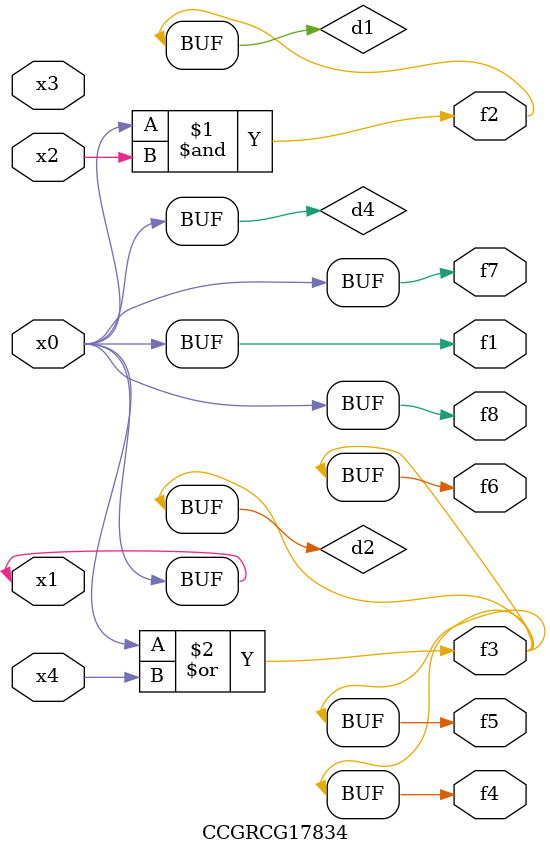
<source format=v>
module CCGRCG17834(
	input x0, x1, x2, x3, x4,
	output f1, f2, f3, f4, f5, f6, f7, f8
);

	wire d1, d2, d3, d4;

	and (d1, x0, x2);
	or (d2, x0, x4);
	nand (d3, x0, x2);
	buf (d4, x0, x1);
	assign f1 = d4;
	assign f2 = d1;
	assign f3 = d2;
	assign f4 = d2;
	assign f5 = d2;
	assign f6 = d2;
	assign f7 = d4;
	assign f8 = d4;
endmodule

</source>
